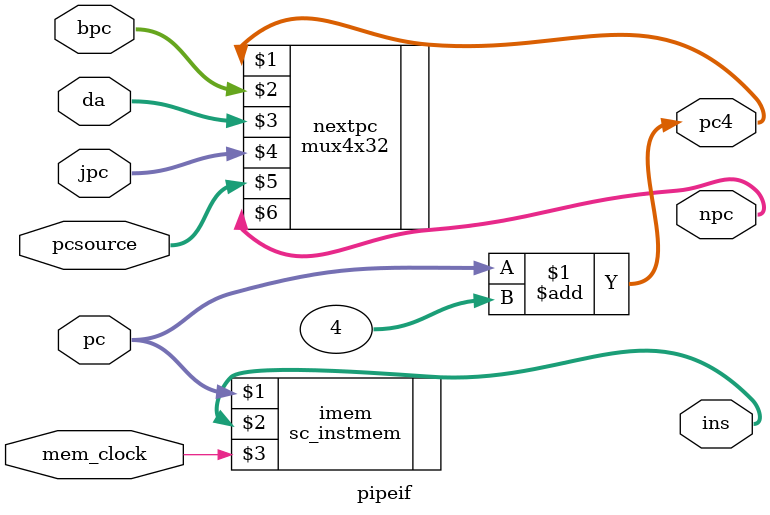
<source format=v>
module pipeif(pcsource,pc,bpc,da,jpc,npc,pc4,ins,mem_clock);
						//pcsource决定npc的值从哪里来，bpc是beq和bne的pc，da是jr的pc，jpc是j和jal的pc
	input [1:0] pcsource;
	input [31:0] pc,bpc,da,jpc;
	input        mem_clock;
	
	output [31:0] npc,pc4,ins;
	wire [31:0] npc,pc4,ins;
	
	assign pc4 = pc + 4;
	
	mux4x32 nextpc(pc4,bpc,da,jpc,pcsource,npc);//0:pc4,1:bpc,2:da,3:jpc
	
	sc_instmem imem(pc,ins,mem_clock);//取出指令
	
endmodule
</source>
